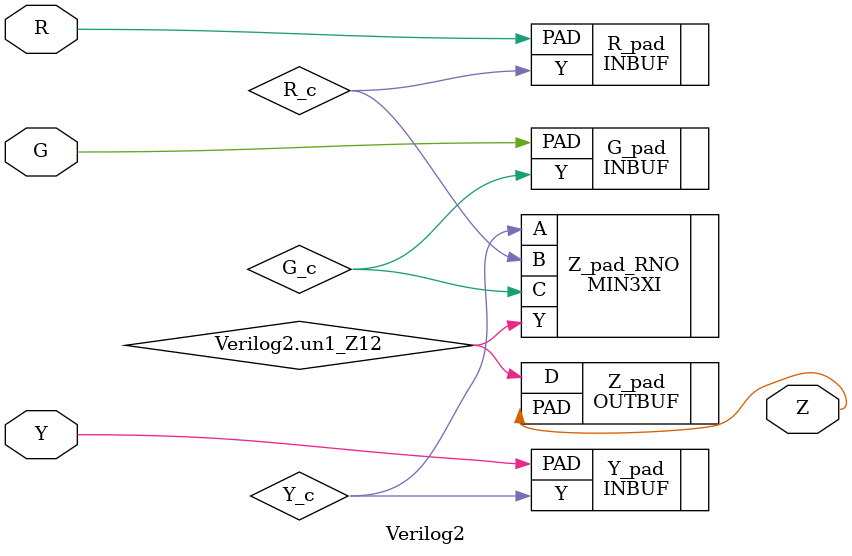
<source format=v>
`timescale 1 ns/100 ps


module Verilog2(
       R,
       Y,
       G,
       Z
    );
input  R;
input  Y;
input  G;
output Z;

    wire GND, VCC, \Verilog2.un1_Z12 , R_c, Y_c, G_c;
    
    MIN3XI Z_pad_RNO (.A(Y_c), .B(R_c), .C(G_c), .Y(\Verilog2.un1_Z12 )
        );
    INBUF R_pad (.PAD(R), .Y(R_c));
    OUTBUF Z_pad (.D(\Verilog2.un1_Z12 ), .PAD(Z));
    INBUF Y_pad (.PAD(Y), .Y(Y_c));
    VCC VCC_i (.Y(VCC));
    INBUF G_pad (.PAD(G), .Y(G_c));
    GND GND_i (.Y(GND));
    
endmodule

</source>
